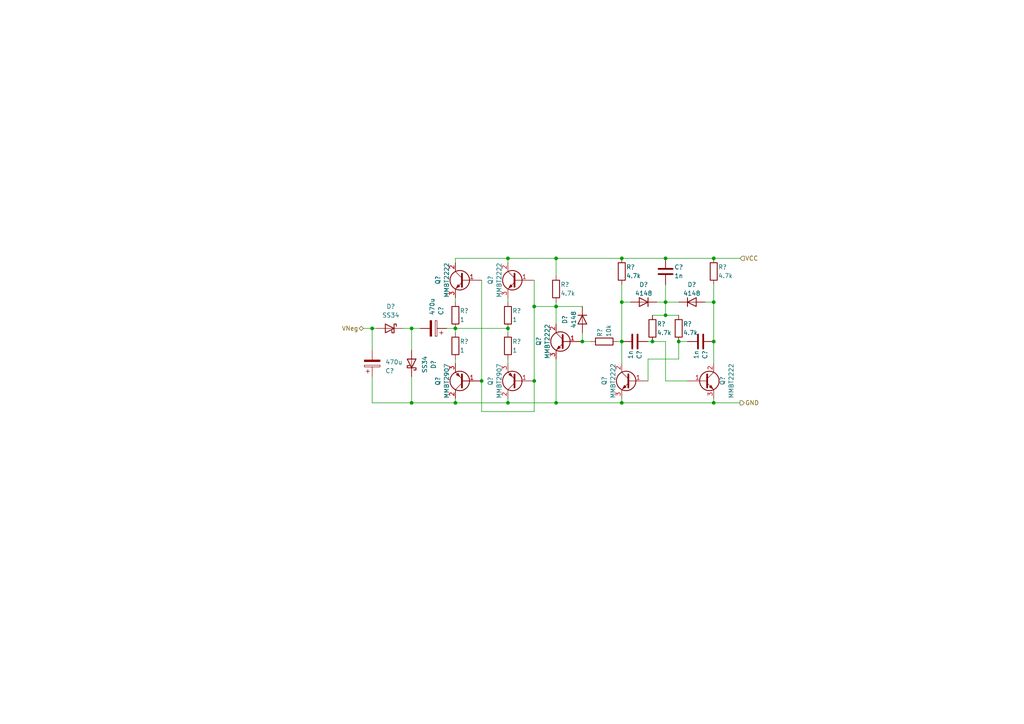
<source format=kicad_sch>
(kicad_sch (version 20211123) (generator eeschema)
  (paper "A4")
  (lib_symbols
    (symbol "Device:C" (pin_numbers hide) (pin_names (offset 0.254))
      (property "Reference" "C" (at 0.635 2.54 0))
      (property "Value" "C" (at 0.635 -2.54 0))
      (symbol "C_0_1"
        (polyline (pts (xy -2.032 -0.762) (xy 2.032 -0.762)) (stroke (width 0.508)))
        (polyline (pts (xy -2.032 0.762) (xy 2.032 0.762)) (stroke (width 0.508)))
      )
      (symbol "C_1_1"
        (pin passive line (at 0 3.81 270) (length 2.794) (name "~") (number "1"))
        (pin passive line (at 0 -3.81 90) (length 2.794) (name "~") (number "2"))
      )
    )
    (symbol "Device:C_Polarized" (pin_numbers hide) (pin_names (offset 0.254))
      (property "Reference" "C" (at 0.635 2.54 0))
      (property "Value" "C_Polarized" (at 0.635 -2.54 0))
      (symbol "C_Polarized_0_1"
        (rectangle (start -2.286 0.508) (end 2.286 1.016))
        (polyline (pts (xy -1.778 2.286) (xy -0.762 2.286)))
        (polyline (pts (xy -1.27 2.794) (xy -1.27 1.778)))
        (rectangle (start 2.286 -0.508) (end -2.286 -1.016) (fill (type outline)))
      )
      (symbol "C_Polarized_1_1"
        (pin passive line (at 0 3.81 270) (length 2.794) (name "~") (number "1"))
        (pin passive line (at 0 -3.81 90) (length 2.794) (name "~") (number "2"))
      )
    )
    (symbol "Device:D" (pin_numbers hide) (pin_names (offset 1.016) hide)
      (property "Reference" "D" (at 0 2.54 0))
      (property "Value" "D" (at 0 -2.54 0))
      (symbol "D_0_1"
        (polyline (pts (xy -1.27 1.27) (xy -1.27 -1.27)) (stroke (width 0.254)))
        (polyline (pts (xy 1.27 0) (xy -1.27 0)))
        (polyline (pts (xy 1.27 1.27) (xy 1.27 -1.27) (xy -1.27 0) (xy 1.27 1.27)) (stroke (width 0.254)))
      )
      (symbol "D_1_1"
        (pin passive line (at -3.81 0 0) (length 2.54) (name "K") (number "1"))
        (pin passive line (at 3.81 0 180) (length 2.54) (name "A") (number "2"))
      )
    )
    (symbol "Device:D_Schottky" (pin_numbers hide) (pin_names (offset 1.016) hide)
      (property "Reference" "D" (at 0 2.54 0))
      (property "Value" "D_Schottky" (at 0 -2.54 0))
      (symbol "D_Schottky_0_1"
        (polyline (pts (xy 1.27 0) (xy -1.27 0)))
        (polyline (pts (xy 1.27 1.27) (xy 1.27 -1.27) (xy -1.27 0) (xy 1.27 1.27)) (stroke (width 0.254)))
        (polyline (pts (xy -1.905 0.635) (xy -1.905 1.27) (xy -1.27 1.27) (xy -1.27 -1.27) (xy -0.635 -1.27) (xy -0.635 -0.635)) (stroke (width 0.254)))
      )
      (symbol "D_Schottky_1_1"
        (pin passive line (at -3.81 0 0) (length 2.54) (name "K") (number "1"))
        (pin passive line (at 3.81 0 180) (length 2.54) (name "A") (number "2"))
      )
    )
    (symbol "Device:Q_NPN_BCE" (pin_names (offset 0) hide)
      (property "Reference" "Q" (at 5.08 1.27 0))
      (property "Value" "Q_NPN_BCE" (at 5.08 -1.27 0))
      (symbol "Q_NPN_BCE_0_1"
        (polyline (pts (xy 0.635 0.635) (xy 2.54 2.54)))
        (polyline (pts (xy 0.635 -0.635) (xy 2.54 -2.54) (xy 2.54 -2.54)))
        (polyline (pts (xy 0.635 1.905) (xy 0.635 -1.905) (xy 0.635 -1.905)) (stroke (width 0.508)))
        (polyline (pts (xy 1.27 -1.778) (xy 1.778 -1.27) (xy 2.286 -2.286) (xy 1.27 -1.778) (xy 1.27 -1.778)) (fill (type outline)))
        (circle (center 1.27 0) (radius 2.8194) (stroke (width 0.254)))
      )
      (symbol "Q_NPN_BCE_1_1"
        (pin input line (at -5.08 0 0) (length 5.715) (name "B") (number "1"))
        (pin passive line (at 2.54 5.08 270) (length 2.54) (name "C") (number "2"))
        (pin passive line (at 2.54 -5.08 90) (length 2.54) (name "E") (number "3"))
      )
    )
    (symbol "Device:Q_PNP_BCE" (pin_names (offset 0) hide)
      (property "Reference" "Q" (at 5.08 1.27 0))
      (property "Value" "Q_PNP_BCE" (at 5.08 -1.27 0))
      (symbol "Q_PNP_BCE_0_1"
        (polyline (pts (xy 0.635 0.635) (xy 2.54 2.54)))
        (polyline (pts (xy 0.635 -0.635) (xy 2.54 -2.54) (xy 2.54 -2.54)))
        (polyline (pts (xy 0.635 1.905) (xy 0.635 -1.905) (xy 0.635 -1.905)) (stroke (width 0.508)))
        (polyline (pts (xy 2.286 -1.778) (xy 1.778 -2.286) (xy 1.27 -1.27) (xy 2.286 -1.778) (xy 2.286 -1.778)) (fill (type outline)))
        (circle (center 1.27 0) (radius 2.8194) (stroke (width 0.254)))
      )
      (symbol "Q_PNP_BCE_1_1"
        (pin input line (at -5.08 0 0) (length 5.715) (name "B") (number "1"))
        (pin passive line (at 2.54 5.08 270) (length 2.54) (name "C") (number "2"))
        (pin passive line (at 2.54 -5.08 90) (length 2.54) (name "E") (number "3"))
      )
    )
    (symbol "Device:R" (pin_numbers hide) (pin_names (offset 0))
      (property "Reference" "R" (at 2.032 0 90))
      (property "Value" "R" (at 0 0 90))
      (symbol "R_0_1"
        (rectangle (start -1.016 -2.54) (end 1.016 2.54) (stroke (width 0.254)))
      )
      (symbol "R_1_1"
        (pin passive line (at 0 3.81 270) (length 1.27) (name "~") (number "1"))
        (pin passive line (at 0 -3.81 90) (length 1.27) (name "~") (number "2"))
      )
    )
  )
  (junction (at 119.38 116.84))
  (junction (at 147.32 95.25))
  (junction (at 132.08 95.25))
  (junction (at 207.01 87.63))
  (junction (at 161.29 88.9))
  (junction (at 139.7 110.49))
  (junction (at 196.85 99.06))
  (junction (at 147.32 74.93))
  (junction (at 180.34 87.63))
  (junction (at 154.94 110.49))
  (junction (at 132.08 116.84))
  (junction (at 207.01 116.84))
  (junction (at 107.95 95.25))
  (junction (at 193.04 87.63))
  (junction (at 189.23 99.06))
  (junction (at 180.34 74.93))
  (junction (at 161.29 74.93))
  (junction (at 161.29 116.84))
  (junction (at 193.04 74.93))
  (junction (at 207.01 74.93))
  (junction (at 207.01 99.06))
  (junction (at 154.94 88.9))
  (junction (at 147.32 116.84))
  (junction (at 180.34 116.84))
  (junction (at 180.34 99.06))
  (junction (at 168.91 99.06))
  (junction (at 119.38 95.25))
  (junction (at 193.04 91.44))
  (wire (pts (xy 107.95 109.22) (xy 107.95 116.84)))
  (wire (pts (xy 132.08 104.14) (xy 132.08 105.41)))
  (wire (pts (xy 207.01 87.63) (xy 204.47 87.63)))
  (wire (pts (xy 180.34 87.63) (xy 180.34 99.06)))
  (wire (pts (xy 189.23 99.06) (xy 193.04 99.06)))
  (wire (pts (xy 119.38 95.25) (xy 116.84 95.25)))
  (wire (pts (xy 154.94 88.9) (xy 154.94 110.49)))
  (wire (pts (xy 189.23 91.44) (xy 193.04 91.44)))
  (wire (pts (xy 193.04 99.06) (xy 193.04 110.49)))
  (wire (pts (xy 207.01 116.84) (xy 207.01 115.57)))
  (wire (pts (xy 161.29 104.14) (xy 161.29 116.84)))
  (wire (pts (xy 132.08 74.93) (xy 132.08 76.2)))
  (wire (pts (xy 147.32 104.14) (xy 147.32 105.41)))
  (wire (pts (xy 147.32 95.25) (xy 147.32 96.52)))
  (wire (pts (xy 147.32 86.36) (xy 147.32 87.63)))
  (wire (pts (xy 187.96 104.14) (xy 187.96 110.49)))
  (wire (pts (xy 154.94 88.9) (xy 161.29 88.9)))
  (wire (pts (xy 193.04 110.49) (xy 199.39 110.49)))
  (wire (pts (xy 139.7 110.49) (xy 139.7 119.38)))
  (wire (pts (xy 147.32 116.84) (xy 161.29 116.84)))
  (wire (pts (xy 207.01 116.84) (xy 214.63 116.84)))
  (wire (pts (xy 168.91 96.52) (xy 168.91 99.06)))
  (wire (pts (xy 180.34 82.55) (xy 180.34 87.63)))
  (wire (pts (xy 161.29 74.93) (xy 180.34 74.93)))
  (wire (pts (xy 109.22 95.25) (xy 107.95 95.25)))
  (wire (pts (xy 193.04 87.63) (xy 196.85 87.63)))
  (wire (pts (xy 180.34 116.84) (xy 207.01 116.84)))
  (wire (pts (xy 132.08 86.36) (xy 132.08 87.63)))
  (wire (pts (xy 196.85 104.14) (xy 187.96 104.14)))
  (wire (pts (xy 119.38 109.22) (xy 119.38 116.84)))
  (wire (pts (xy 193.04 91.44) (xy 196.85 91.44)))
  (wire (pts (xy 132.08 95.25) (xy 132.08 96.52)))
  (wire (pts (xy 196.85 99.06) (xy 196.85 104.14)))
  (wire (pts (xy 132.08 116.84) (xy 132.08 115.57)))
  (wire (pts (xy 207.01 74.93) (xy 214.63 74.93)))
  (wire (pts (xy 207.01 99.06) (xy 207.01 105.41)))
  (wire (pts (xy 121.92 95.25) (xy 119.38 95.25)))
  (wire (pts (xy 132.08 116.84) (xy 147.32 116.84)))
  (wire (pts (xy 105.41 95.25) (xy 107.95 95.25)))
  (wire (pts (xy 193.04 82.55) (xy 193.04 87.63)))
  (wire (pts (xy 154.94 119.38) (xy 154.94 110.49)))
  (wire (pts (xy 132.08 95.25) (xy 147.32 95.25)))
  (wire (pts (xy 180.34 99.06) (xy 180.34 105.41)))
  (wire (pts (xy 139.7 81.28) (xy 139.7 110.49)))
  (wire (pts (xy 193.04 87.63) (xy 190.5 87.63)))
  (wire (pts (xy 161.29 116.84) (xy 180.34 116.84)))
  (wire (pts (xy 129.54 95.25) (xy 132.08 95.25)))
  (wire (pts (xy 180.34 116.84) (xy 180.34 115.57)))
  (wire (pts (xy 179.07 99.06) (xy 180.34 99.06)))
  (wire (pts (xy 180.34 87.63) (xy 182.88 87.63)))
  (wire (pts (xy 147.32 116.84) (xy 147.32 115.57)))
  (wire (pts (xy 107.95 95.25) (xy 107.95 101.6)))
  (wire (pts (xy 161.29 74.93) (xy 147.32 74.93)))
  (wire (pts (xy 139.7 119.38) (xy 154.94 119.38)))
  (wire (pts (xy 154.94 81.28) (xy 154.94 88.9)))
  (wire (pts (xy 161.29 80.01) (xy 161.29 74.93)))
  (wire (pts (xy 119.38 95.25) (xy 119.38 101.6)))
  (wire (pts (xy 193.04 74.93) (xy 207.01 74.93)))
  (wire (pts (xy 207.01 82.55) (xy 207.01 87.63)))
  (wire (pts (xy 161.29 88.9) (xy 161.29 93.98)))
  (wire (pts (xy 193.04 91.44) (xy 193.04 87.63)))
  (wire (pts (xy 132.08 74.93) (xy 147.32 74.93)))
  (wire (pts (xy 180.34 74.93) (xy 193.04 74.93)))
  (wire (pts (xy 161.29 87.63) (xy 161.29 88.9)))
  (wire (pts (xy 196.85 99.06) (xy 199.39 99.06)))
  (wire (pts (xy 168.91 99.06) (xy 171.45 99.06)))
  (wire (pts (xy 187.96 99.06) (xy 189.23 99.06)))
  (wire (pts (xy 119.38 116.84) (xy 107.95 116.84)))
  (wire (pts (xy 119.38 116.84) (xy 132.08 116.84)))
  (wire (pts (xy 207.01 87.63) (xy 207.01 99.06)))
  (wire (pts (xy 161.29 88.9) (xy 168.91 88.9)))
  (wire (pts (xy 147.32 74.93) (xy 147.32 76.2)))
  (hierarchical_label "GND" (shape output) (at 214.63 116.84 0))
  (hierarchical_label "VNeg" (shape bidirectional) (at 105.41 95.25 180))
  (hierarchical_label "VCC" (shape input) (at 214.63 74.93 0))
  (symbol (lib_id "Device:C") (at 184.15 99.06 270) (unit 1)
    (property "Reference" "C?" (at 185.42 101.6 0) (effects (justify left)))
    (property "Value" "1n" (at 182.88 101.6 0) (effects (justify left)))
  )
  (symbol (lib_id "Device:Q_NPN_BCE") (at 149.86 81.28 0) (mirror y) (unit 1)
    (property "Reference" "Q?" (at 142.24 82.55 90) (effects (justify left)))
    (property "Value" "MMBT2222" (at 144.78 86.36 90) (effects (justify left)))
  )
  (symbol (lib_id "Device:Q_PNP_BCE") (at 134.62 110.49 180) (unit 1)
    (property "Reference" "Q?" (at 127 109.22 90) (effects (justify left)))
    (property "Value" "MMBT2907" (at 129.54 105.41 90) (effects (justify left)))
  )
  (symbol (lib_id "Device:Q_NPN_BCE") (at 134.62 81.28 0) (mirror y) (unit 1)
    (property "Reference" "Q?" (at 127 82.55 90) (effects (justify left)))
    (property "Value" "MMBT2222" (at 129.54 86.36 90) (effects (justify left)))
  )
  (symbol (lib_id "Device:R") (at 132.08 100.33 0) (unit 1)
    (property "Reference" "R?" (at 133.35 99.06 0) (effects (justify left)))
    (property "Value" "1" (at 133.35 101.6 0) (effects (justify left)))
  )
  (symbol (lib_id "Device:D") (at 186.69 87.63 0) (mirror y) (unit 1)
    (property "Reference" "D?" (at 186.69 82.55 0))
    (property "Value" "4148" (at 186.69 85.09 0))
  )
  (symbol (lib_id "Device:R") (at 180.34 78.74 0) (unit 1)
    (property "Reference" "R?" (at 181.61 77.47 0) (effects (justify left)))
    (property "Value" "4.7k" (at 181.61 80.01 0) (effects (justify left)))
  )
  (symbol (lib_id "Device:R") (at 147.32 91.44 0) (unit 1)
    (property "Reference" "R?" (at 148.59 90.17 0) (effects (justify left)))
    (property "Value" "1" (at 148.59 92.71 0) (effects (justify left)))
  )
  (symbol (lib_id "Device:C_Polarized") (at 125.73 95.25 270) (mirror x) (unit 1)
    (property "Reference" "C?" (at 127.8891 91.44 0) (effects (justify left)))
    (property "Value" "470u" (at 125.3491 91.44 0) (effects (justify left)))
  )
  (symbol (lib_id "Device:Q_NPN_BCE") (at 204.47 110.49 0) (unit 1)
    (property "Reference" "Q?" (at 209.55 111.76 90) (effects (justify left)))
    (property "Value" "MMBT2222" (at 212.09 115.57 90) (effects (justify left)))
  )
  (symbol (lib_id "Device:C_Polarized") (at 107.95 105.41 0) (mirror x) (unit 1)
    (property "Reference" "C?" (at 111.76 107.5691 0) (effects (justify left)))
    (property "Value" "470u" (at 111.76 105.0291 0) (effects (justify left)))
  )
  (symbol (lib_id "Device:D") (at 168.91 92.71 90) (mirror x) (unit 1)
    (property "Reference" "D?" (at 163.83 92.71 0))
    (property "Value" "4148" (at 166.37 92.71 0))
  )
  (symbol (lib_id "Device:Q_PNP_BCE") (at 149.86 110.49 180) (unit 1)
    (property "Reference" "Q?" (at 142.24 109.22 90) (effects (justify left)))
    (property "Value" "MMBT2907" (at 144.78 105.41 90) (effects (justify left)))
  )
  (symbol (lib_id "Device:R") (at 175.26 99.06 90) (unit 1)
    (property "Reference" "R?" (at 173.99 97.79 0) (effects (justify left)))
    (property "Value" "10k" (at 176.53 97.79 0) (effects (justify left)))
  )
  (symbol (lib_id "Device:R") (at 132.08 91.44 0) (unit 1)
    (property "Reference" "R?" (at 133.35 90.17 0) (effects (justify left)))
    (property "Value" "1" (at 133.35 92.71 0) (effects (justify left)))
  )
  (symbol (lib_id "Device:Q_NPN_BCE") (at 182.88 110.49 0) (mirror y) (unit 1)
    (property "Reference" "Q?" (at 175.26 111.76 90) (effects (justify left)))
    (property "Value" "MMBT2222" (at 177.8 115.57 90) (effects (justify left)))
  )
  (symbol (lib_id "Device:R") (at 161.29 83.82 0) (unit 1)
    (property "Reference" "R?" (at 162.56 82.55 0) (effects (justify left)))
    (property "Value" "4.7k" (at 162.56 85.09 0) (effects (justify left)))
  )
  (symbol (lib_id "Device:D_Schottky") (at 113.03 95.25 0) (mirror y) (unit 1)
    (property "Reference" "D?" (at 113.3475 88.9 0))
    (property "Value" "SS34" (at 113.3475 91.44 0))
  )
  (symbol (lib_id "Device:R") (at 196.85 95.25 0) (unit 1)
    (property "Reference" "R?" (at 198.12 93.98 0) (effects (justify left)))
    (property "Value" "4.7k" (at 198.12 96.52 0) (effects (justify left)))
  )
  (symbol (lib_id "Device:R") (at 207.01 78.74 0) (unit 1)
    (property "Reference" "R?" (at 208.28 77.47 0) (effects (justify left)))
    (property "Value" "4.7k" (at 208.28 80.01 0) (effects (justify left)))
  )
  (symbol (lib_id "Device:R") (at 147.32 100.33 0) (unit 1)
    (property "Reference" "R?" (at 148.59 99.06 0) (effects (justify left)))
    (property "Value" "1" (at 148.59 101.6 0) (effects (justify left)))
  )
  (symbol (lib_id "Device:R") (at 189.23 95.25 0) (unit 1)
    (property "Reference" "R?" (at 190.5 93.98 0) (effects (justify left)))
    (property "Value" "4.7k" (at 190.5 96.52 0) (effects (justify left)))
  )
  (symbol (lib_id "Device:C") (at 203.2 99.06 270) (unit 1)
    (property "Reference" "C?" (at 204.47 101.6 0) (effects (justify left)))
    (property "Value" "1n" (at 201.93 101.6 0) (effects (justify left)))
  )
  (symbol (lib_id "Device:C") (at 193.04 78.74 0) (unit 1)
    (property "Reference" "C?" (at 195.58 77.47 0) (effects (justify left)))
    (property "Value" "1n" (at 195.58 80.01 0) (effects (justify left)))
  )
  (symbol (lib_id "Device:Q_NPN_BCE") (at 163.83 99.06 0) (mirror y) (unit 1)
    (property "Reference" "Q?" (at 156.21 100.33 90) (effects (justify left)))
    (property "Value" "MMBT2222" (at 158.75 104.14 90) (effects (justify left)))
  )
  (symbol (lib_id "Device:D") (at 200.66 87.63 0) (unit 1)
    (property "Reference" "D?" (at 200.66 82.55 0))
    (property "Value" "4148" (at 200.66 85.09 0))
  )
  (symbol (lib_id "Device:D_Schottky") (at 119.38 105.41 270) (mirror x) (unit 1)
    (property "Reference" "D?" (at 125.73 105.7275 0))
    (property "Value" "SS34" (at 123.19 105.7275 0))
  )
)
</source>
